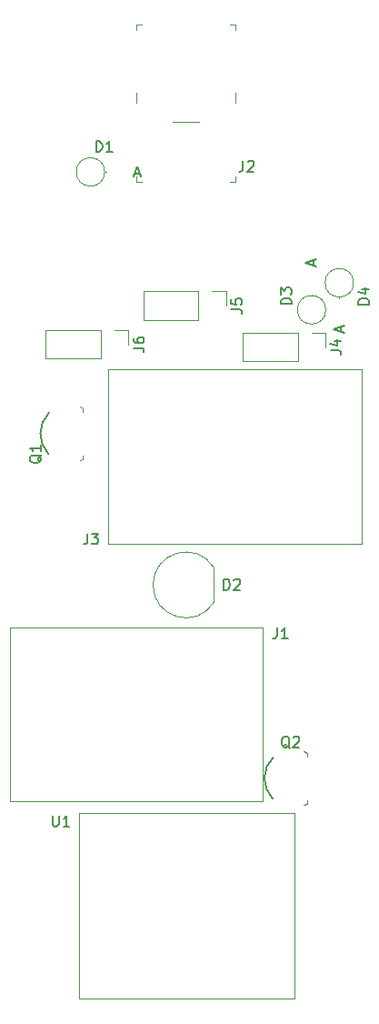
<source format=gbr>
%TF.GenerationSoftware,KiCad,Pcbnew,5.1.9*%
%TF.CreationDate,2021-02-01T12:12:55-08:00*%
%TF.ProjectId,MainBoard,4d61696e-426f-4617-9264-2e6b69636164,rev?*%
%TF.SameCoordinates,Original*%
%TF.FileFunction,Legend,Top*%
%TF.FilePolarity,Positive*%
%FSLAX46Y46*%
G04 Gerber Fmt 4.6, Leading zero omitted, Abs format (unit mm)*
G04 Created by KiCad (PCBNEW 5.1.9) date 2021-02-01 12:12:55*
%MOMM*%
%LPD*%
G01*
G04 APERTURE LIST*
%ADD10C,0.120000*%
%ADD11C,0.100000*%
%ADD12C,0.150000*%
G04 APERTURE END LIST*
D10*
%TO.C,U1*%
X90100000Y-127000000D02*
X110100000Y-127000000D01*
X90100000Y-127000000D02*
X90100000Y-144300000D01*
X110100000Y-144300000D02*
X110100000Y-127000000D01*
X90100000Y-144300000D02*
X110100000Y-144300000D01*
%TO.C,J6*%
X86915000Y-82020000D02*
X86915000Y-84680000D01*
X92055000Y-82020000D02*
X86915000Y-82020000D01*
X92055000Y-84680000D02*
X86915000Y-84680000D01*
X92055000Y-82020000D02*
X92055000Y-84680000D01*
X93325000Y-82020000D02*
X94655000Y-82020000D01*
X94655000Y-82020000D02*
X94655000Y-83350000D01*
D11*
%TO.C,D2*%
X102630000Y-107350000D02*
X102630000Y-104140000D01*
X102631718Y-107357211D02*
G75*
G02*
X102630000Y-104140000I-2611718J1607211D01*
G01*
D10*
%TO.C,D4*%
X115636371Y-77620000D02*
G75*
G03*
X115636371Y-77620000I-1326371J0D01*
G01*
X114310000Y-78946371D02*
X114310000Y-79060000D01*
%TO.C,D3*%
X113046371Y-80140000D02*
G75*
G03*
X113046371Y-80140000I-1326371J0D01*
G01*
X111720000Y-78813629D02*
X111720000Y-78700000D01*
%TO.C,D1*%
X92456371Y-67300000D02*
G75*
G03*
X92456371Y-67300000I-1326371J0D01*
G01*
X92456371Y-67300000D02*
X92570000Y-67300000D01*
%TO.C,J1*%
X107200000Y-125900000D02*
X83600000Y-125900000D01*
X107200000Y-109700000D02*
X107200000Y-125900000D01*
X83600000Y-109700000D02*
X107200000Y-109700000D01*
X83600000Y-125900000D02*
X83600000Y-109700000D01*
D11*
%TO.C,Q2*%
X111300000Y-126100000D02*
X111000000Y-126250000D01*
X111300000Y-125800000D02*
X111300000Y-126100000D01*
X111300000Y-121400000D02*
X111300000Y-121700000D01*
X111300000Y-121400000D02*
X111000000Y-121250000D01*
D12*
X108150000Y-121800000D02*
G75*
G03*
X108100000Y-125650000I1900000J-1950000D01*
G01*
D11*
%TO.C,Q1*%
X90425000Y-94020000D02*
X90125000Y-94170000D01*
X90425000Y-93720000D02*
X90425000Y-94020000D01*
X90425000Y-89320000D02*
X90425000Y-89620000D01*
X90425000Y-89320000D02*
X90125000Y-89170000D01*
D12*
X87275000Y-89720000D02*
G75*
G03*
X87225000Y-93570000I1900000J-1950000D01*
G01*
D10*
%TO.C,J5*%
X103785000Y-78420000D02*
X103785000Y-79750000D01*
X102455000Y-78420000D02*
X103785000Y-78420000D01*
X101185000Y-78420000D02*
X101185000Y-81080000D01*
X101185000Y-81080000D02*
X96045000Y-81080000D01*
X101185000Y-78420000D02*
X96045000Y-78420000D01*
X96045000Y-78420000D02*
X96045000Y-81080000D01*
%TO.C,J4*%
X113030000Y-82270000D02*
X113030000Y-83600000D01*
X111700000Y-82270000D02*
X113030000Y-82270000D01*
X110430000Y-82270000D02*
X110430000Y-84930000D01*
X110430000Y-84930000D02*
X105290000Y-84930000D01*
X110430000Y-82270000D02*
X105290000Y-82270000D01*
X105290000Y-82270000D02*
X105290000Y-84930000D01*
%TO.C,J3*%
X92800000Y-85700000D02*
X116400000Y-85700000D01*
X92800000Y-101900000D02*
X92800000Y-85700000D01*
X116400000Y-101900000D02*
X92800000Y-101900000D01*
X116400000Y-85700000D02*
X116400000Y-101900000D01*
D11*
%TO.C,J2*%
X104600000Y-68200000D02*
X104100000Y-68200000D01*
X104600000Y-68200000D02*
X104600000Y-67700000D01*
X95400000Y-68200000D02*
X95900000Y-68200000D01*
X95400000Y-68200000D02*
X95400000Y-67700000D01*
X98800000Y-62600000D02*
X101200000Y-62600000D01*
X95400000Y-53600000D02*
X95400000Y-54100000D01*
X95400000Y-53600000D02*
X95900000Y-53600000D01*
X104600000Y-53600000D02*
X104100000Y-53600000D01*
X104600000Y-53600000D02*
X104600000Y-54100000D01*
X95400000Y-60900000D02*
X95400000Y-59900000D01*
X104600000Y-60900000D02*
X104600000Y-59900000D01*
%TO.C,U1*%
D12*
X87598095Y-127222380D02*
X87598095Y-128031904D01*
X87645714Y-128127142D01*
X87693333Y-128174761D01*
X87788571Y-128222380D01*
X87979047Y-128222380D01*
X88074285Y-128174761D01*
X88121904Y-128127142D01*
X88169523Y-128031904D01*
X88169523Y-127222380D01*
X89169523Y-128222380D02*
X88598095Y-128222380D01*
X88883809Y-128222380D02*
X88883809Y-127222380D01*
X88788571Y-127365238D01*
X88693333Y-127460476D01*
X88598095Y-127508095D01*
%TO.C,J6*%
X95107380Y-83683333D02*
X95821666Y-83683333D01*
X95964523Y-83730952D01*
X96059761Y-83826190D01*
X96107380Y-83969047D01*
X96107380Y-84064285D01*
X95107380Y-82778571D02*
X95107380Y-82969047D01*
X95155000Y-83064285D01*
X95202619Y-83111904D01*
X95345476Y-83207142D01*
X95535952Y-83254761D01*
X95916904Y-83254761D01*
X96012142Y-83207142D01*
X96059761Y-83159523D01*
X96107380Y-83064285D01*
X96107380Y-82873809D01*
X96059761Y-82778571D01*
X96012142Y-82730952D01*
X95916904Y-82683333D01*
X95678809Y-82683333D01*
X95583571Y-82730952D01*
X95535952Y-82778571D01*
X95488333Y-82873809D01*
X95488333Y-83064285D01*
X95535952Y-83159523D01*
X95583571Y-83207142D01*
X95678809Y-83254761D01*
%TO.C,D2*%
X103541904Y-106212380D02*
X103541904Y-105212380D01*
X103780000Y-105212380D01*
X103922857Y-105260000D01*
X104018095Y-105355238D01*
X104065714Y-105450476D01*
X104113333Y-105640952D01*
X104113333Y-105783809D01*
X104065714Y-105974285D01*
X104018095Y-106069523D01*
X103922857Y-106164761D01*
X103780000Y-106212380D01*
X103541904Y-106212380D01*
X104494285Y-105307619D02*
X104541904Y-105260000D01*
X104637142Y-105212380D01*
X104875238Y-105212380D01*
X104970476Y-105260000D01*
X105018095Y-105307619D01*
X105065714Y-105402857D01*
X105065714Y-105498095D01*
X105018095Y-105640952D01*
X104446666Y-106212380D01*
X105065714Y-106212380D01*
%TO.C,D4*%
X117088751Y-79628095D02*
X116088751Y-79628095D01*
X116088751Y-79390000D01*
X116136371Y-79247142D01*
X116231609Y-79151904D01*
X116326847Y-79104285D01*
X116517323Y-79056666D01*
X116660180Y-79056666D01*
X116850656Y-79104285D01*
X116945894Y-79151904D01*
X117041132Y-79247142D01*
X117088751Y-79390000D01*
X117088751Y-79628095D01*
X116422085Y-78199523D02*
X117088751Y-78199523D01*
X116041132Y-78437619D02*
X116755418Y-78675714D01*
X116755418Y-78056666D01*
X114476666Y-82198095D02*
X114476666Y-81721904D01*
X114762380Y-82293333D02*
X113762380Y-81960000D01*
X114762380Y-81626666D01*
%TO.C,D3*%
X109846009Y-79608095D02*
X108846009Y-79608095D01*
X108846009Y-79370000D01*
X108893629Y-79227142D01*
X108988867Y-79131904D01*
X109084105Y-79084285D01*
X109274581Y-79036666D01*
X109417438Y-79036666D01*
X109607914Y-79084285D01*
X109703152Y-79131904D01*
X109798390Y-79227142D01*
X109846009Y-79370000D01*
X109846009Y-79608095D01*
X108846009Y-78703333D02*
X108846009Y-78084285D01*
X109226962Y-78417619D01*
X109226962Y-78274761D01*
X109274581Y-78179523D01*
X109322200Y-78131904D01*
X109417438Y-78084285D01*
X109655533Y-78084285D01*
X109750771Y-78131904D01*
X109798390Y-78179523D01*
X109846009Y-78274761D01*
X109846009Y-78560476D01*
X109798390Y-78655714D01*
X109750771Y-78703333D01*
X111886666Y-76038095D02*
X111886666Y-75561904D01*
X112172380Y-76133333D02*
X111172380Y-75800000D01*
X112172380Y-75466666D01*
%TO.C,D1*%
X91661904Y-65426009D02*
X91661904Y-64426009D01*
X91900000Y-64426009D01*
X92042857Y-64473629D01*
X92138095Y-64568867D01*
X92185714Y-64664105D01*
X92233333Y-64854581D01*
X92233333Y-64997438D01*
X92185714Y-65187914D01*
X92138095Y-65283152D01*
X92042857Y-65378390D01*
X91900000Y-65426009D01*
X91661904Y-65426009D01*
X93185714Y-65426009D02*
X92614285Y-65426009D01*
X92900000Y-65426009D02*
X92900000Y-64426009D01*
X92804761Y-64568867D01*
X92709523Y-64664105D01*
X92614285Y-64711724D01*
X95231904Y-67466666D02*
X95708095Y-67466666D01*
X95136666Y-67752380D02*
X95470000Y-66752380D01*
X95803333Y-67752380D01*
%TO.C,J1*%
X108496666Y-109742380D02*
X108496666Y-110456666D01*
X108449047Y-110599523D01*
X108353809Y-110694761D01*
X108210952Y-110742380D01*
X108115714Y-110742380D01*
X109496666Y-110742380D02*
X108925238Y-110742380D01*
X109210952Y-110742380D02*
X109210952Y-109742380D01*
X109115714Y-109885238D01*
X109020476Y-109980476D01*
X108925238Y-110028095D01*
%TO.C,Q2*%
X109684761Y-120947619D02*
X109589523Y-120900000D01*
X109494285Y-120804761D01*
X109351428Y-120661904D01*
X109256190Y-120614285D01*
X109160952Y-120614285D01*
X109208571Y-120852380D02*
X109113333Y-120804761D01*
X109018095Y-120709523D01*
X108970476Y-120519047D01*
X108970476Y-120185714D01*
X109018095Y-119995238D01*
X109113333Y-119900000D01*
X109208571Y-119852380D01*
X109399047Y-119852380D01*
X109494285Y-119900000D01*
X109589523Y-119995238D01*
X109637142Y-120185714D01*
X109637142Y-120519047D01*
X109589523Y-120709523D01*
X109494285Y-120804761D01*
X109399047Y-120852380D01*
X109208571Y-120852380D01*
X110018095Y-119947619D02*
X110065714Y-119900000D01*
X110160952Y-119852380D01*
X110399047Y-119852380D01*
X110494285Y-119900000D01*
X110541904Y-119947619D01*
X110589523Y-120042857D01*
X110589523Y-120138095D01*
X110541904Y-120280952D01*
X109970476Y-120852380D01*
X110589523Y-120852380D01*
%TO.C,Q1*%
X86577619Y-93645238D02*
X86530000Y-93740476D01*
X86434761Y-93835714D01*
X86291904Y-93978571D01*
X86244285Y-94073809D01*
X86244285Y-94169047D01*
X86482380Y-94121428D02*
X86434761Y-94216666D01*
X86339523Y-94311904D01*
X86149047Y-94359523D01*
X85815714Y-94359523D01*
X85625238Y-94311904D01*
X85530000Y-94216666D01*
X85482380Y-94121428D01*
X85482380Y-93930952D01*
X85530000Y-93835714D01*
X85625238Y-93740476D01*
X85815714Y-93692857D01*
X86149047Y-93692857D01*
X86339523Y-93740476D01*
X86434761Y-93835714D01*
X86482380Y-93930952D01*
X86482380Y-94121428D01*
X86482380Y-92740476D02*
X86482380Y-93311904D01*
X86482380Y-93026190D02*
X85482380Y-93026190D01*
X85625238Y-93121428D01*
X85720476Y-93216666D01*
X85768095Y-93311904D01*
%TO.C,J5*%
X104237380Y-80083333D02*
X104951666Y-80083333D01*
X105094523Y-80130952D01*
X105189761Y-80226190D01*
X105237380Y-80369047D01*
X105237380Y-80464285D01*
X104237380Y-79130952D02*
X104237380Y-79607142D01*
X104713571Y-79654761D01*
X104665952Y-79607142D01*
X104618333Y-79511904D01*
X104618333Y-79273809D01*
X104665952Y-79178571D01*
X104713571Y-79130952D01*
X104808809Y-79083333D01*
X105046904Y-79083333D01*
X105142142Y-79130952D01*
X105189761Y-79178571D01*
X105237380Y-79273809D01*
X105237380Y-79511904D01*
X105189761Y-79607142D01*
X105142142Y-79654761D01*
%TO.C,J4*%
X113482380Y-83933333D02*
X114196666Y-83933333D01*
X114339523Y-83980952D01*
X114434761Y-84076190D01*
X114482380Y-84219047D01*
X114482380Y-84314285D01*
X113815714Y-83028571D02*
X114482380Y-83028571D01*
X113434761Y-83266666D02*
X114149047Y-83504761D01*
X114149047Y-82885714D01*
%TO.C,J3*%
X90846666Y-100962380D02*
X90846666Y-101676666D01*
X90799047Y-101819523D01*
X90703809Y-101914761D01*
X90560952Y-101962380D01*
X90465714Y-101962380D01*
X91227619Y-100962380D02*
X91846666Y-100962380D01*
X91513333Y-101343333D01*
X91656190Y-101343333D01*
X91751428Y-101390952D01*
X91799047Y-101438571D01*
X91846666Y-101533809D01*
X91846666Y-101771904D01*
X91799047Y-101867142D01*
X91751428Y-101914761D01*
X91656190Y-101962380D01*
X91370476Y-101962380D01*
X91275238Y-101914761D01*
X91227619Y-101867142D01*
%TO.C,J2*%
X105346666Y-66262380D02*
X105346666Y-66976666D01*
X105299047Y-67119523D01*
X105203809Y-67214761D01*
X105060952Y-67262380D01*
X104965714Y-67262380D01*
X105775238Y-66357619D02*
X105822857Y-66310000D01*
X105918095Y-66262380D01*
X106156190Y-66262380D01*
X106251428Y-66310000D01*
X106299047Y-66357619D01*
X106346666Y-66452857D01*
X106346666Y-66548095D01*
X106299047Y-66690952D01*
X105727619Y-67262380D01*
X106346666Y-67262380D01*
%TD*%
M02*

</source>
